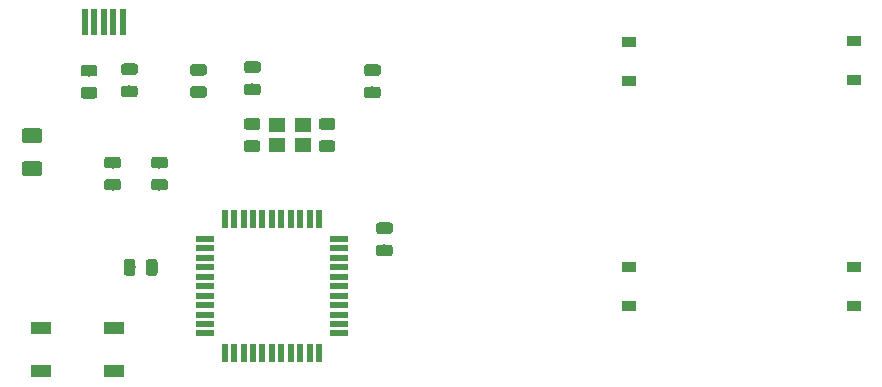
<source format=gbp>
G04 #@! TF.GenerationSoftware,KiCad,Pcbnew,(5.1.4)-1*
G04 #@! TF.CreationDate,2020-10-19T04:21:44-07:00*
G04 #@! TF.ProjectId,test-pcb,74657374-2d70-4636-922e-6b696361645f,rev?*
G04 #@! TF.SameCoordinates,Original*
G04 #@! TF.FileFunction,Paste,Bot*
G04 #@! TF.FilePolarity,Positive*
%FSLAX46Y46*%
G04 Gerber Fmt 4.6, Leading zero omitted, Abs format (unit mm)*
G04 Created by KiCad (PCBNEW (5.1.4)-1) date 2020-10-19 04:21:44*
%MOMM*%
%LPD*%
G04 APERTURE LIST*
%ADD10R,1.400000X1.200000*%
%ADD11R,0.500000X2.250000*%
%ADD12R,0.550000X1.500000*%
%ADD13R,1.500000X0.550000*%
%ADD14R,1.800000X1.100000*%
%ADD15C,0.100000*%
%ADD16C,0.975000*%
%ADD17C,1.250000*%
%ADD18R,1.200000X0.900000*%
G04 APERTURE END LIST*
D10*
X51741250Y-98273500D03*
X49541250Y-98273500D03*
X49541250Y-99973500D03*
X51741250Y-99973500D03*
D11*
X33325000Y-89590000D03*
X34125000Y-89590000D03*
X34925000Y-89590000D03*
X35725000Y-89590000D03*
X36525000Y-89590000D03*
D12*
X45149000Y-117618750D03*
X45949000Y-117618750D03*
X46749000Y-117618750D03*
X47549000Y-117618750D03*
X48349000Y-117618750D03*
X49149000Y-117618750D03*
X49949000Y-117618750D03*
X50749000Y-117618750D03*
X51549000Y-117618750D03*
X52349000Y-117618750D03*
X53149000Y-117618750D03*
D13*
X54849000Y-115918750D03*
X54849000Y-115118750D03*
X54849000Y-114318750D03*
X54849000Y-113518750D03*
X54849000Y-112718750D03*
X54849000Y-111918750D03*
X54849000Y-111118750D03*
X54849000Y-110318750D03*
X54849000Y-109518750D03*
X54849000Y-108718750D03*
X54849000Y-107918750D03*
D12*
X53149000Y-106218750D03*
X52349000Y-106218750D03*
X51549000Y-106218750D03*
X50749000Y-106218750D03*
X49949000Y-106218750D03*
X49149000Y-106218750D03*
X48349000Y-106218750D03*
X47549000Y-106218750D03*
X46749000Y-106218750D03*
X45949000Y-106218750D03*
X45149000Y-106218750D03*
D13*
X43449000Y-107918750D03*
X43449000Y-108718750D03*
X43449000Y-109518750D03*
X43449000Y-110318750D03*
X43449000Y-111118750D03*
X43449000Y-111918750D03*
X43449000Y-112718750D03*
X43449000Y-113518750D03*
X43449000Y-114318750D03*
X43449000Y-115118750D03*
X43449000Y-115918750D03*
D14*
X35814000Y-119126000D03*
X29614000Y-115426000D03*
X35814000Y-115426000D03*
X29614000Y-119126000D03*
D15*
G36*
X58138142Y-93142674D02*
G01*
X58161803Y-93146184D01*
X58185007Y-93151996D01*
X58207529Y-93160054D01*
X58229153Y-93170282D01*
X58249670Y-93182579D01*
X58268883Y-93196829D01*
X58286607Y-93212893D01*
X58302671Y-93230617D01*
X58316921Y-93249830D01*
X58329218Y-93270347D01*
X58339446Y-93291971D01*
X58347504Y-93314493D01*
X58353316Y-93337697D01*
X58356826Y-93361358D01*
X58358000Y-93385250D01*
X58358000Y-93872750D01*
X58356826Y-93896642D01*
X58353316Y-93920303D01*
X58347504Y-93943507D01*
X58339446Y-93966029D01*
X58329218Y-93987653D01*
X58316921Y-94008170D01*
X58302671Y-94027383D01*
X58286607Y-94045107D01*
X58268883Y-94061171D01*
X58249670Y-94075421D01*
X58229153Y-94087718D01*
X58207529Y-94097946D01*
X58185007Y-94106004D01*
X58161803Y-94111816D01*
X58138142Y-94115326D01*
X58114250Y-94116500D01*
X57201750Y-94116500D01*
X57177858Y-94115326D01*
X57154197Y-94111816D01*
X57130993Y-94106004D01*
X57108471Y-94097946D01*
X57086847Y-94087718D01*
X57066330Y-94075421D01*
X57047117Y-94061171D01*
X57029393Y-94045107D01*
X57013329Y-94027383D01*
X56999079Y-94008170D01*
X56986782Y-93987653D01*
X56976554Y-93966029D01*
X56968496Y-93943507D01*
X56962684Y-93920303D01*
X56959174Y-93896642D01*
X56958000Y-93872750D01*
X56958000Y-93385250D01*
X56959174Y-93361358D01*
X56962684Y-93337697D01*
X56968496Y-93314493D01*
X56976554Y-93291971D01*
X56986782Y-93270347D01*
X56999079Y-93249830D01*
X57013329Y-93230617D01*
X57029393Y-93212893D01*
X57047117Y-93196829D01*
X57066330Y-93182579D01*
X57086847Y-93170282D01*
X57108471Y-93160054D01*
X57130993Y-93151996D01*
X57154197Y-93146184D01*
X57177858Y-93142674D01*
X57201750Y-93141500D01*
X58114250Y-93141500D01*
X58138142Y-93142674D01*
X58138142Y-93142674D01*
G37*
D16*
X57658000Y-93629000D03*
D15*
G36*
X58138142Y-95017674D02*
G01*
X58161803Y-95021184D01*
X58185007Y-95026996D01*
X58207529Y-95035054D01*
X58229153Y-95045282D01*
X58249670Y-95057579D01*
X58268883Y-95071829D01*
X58286607Y-95087893D01*
X58302671Y-95105617D01*
X58316921Y-95124830D01*
X58329218Y-95145347D01*
X58339446Y-95166971D01*
X58347504Y-95189493D01*
X58353316Y-95212697D01*
X58356826Y-95236358D01*
X58358000Y-95260250D01*
X58358000Y-95747750D01*
X58356826Y-95771642D01*
X58353316Y-95795303D01*
X58347504Y-95818507D01*
X58339446Y-95841029D01*
X58329218Y-95862653D01*
X58316921Y-95883170D01*
X58302671Y-95902383D01*
X58286607Y-95920107D01*
X58268883Y-95936171D01*
X58249670Y-95950421D01*
X58229153Y-95962718D01*
X58207529Y-95972946D01*
X58185007Y-95981004D01*
X58161803Y-95986816D01*
X58138142Y-95990326D01*
X58114250Y-95991500D01*
X57201750Y-95991500D01*
X57177858Y-95990326D01*
X57154197Y-95986816D01*
X57130993Y-95981004D01*
X57108471Y-95972946D01*
X57086847Y-95962718D01*
X57066330Y-95950421D01*
X57047117Y-95936171D01*
X57029393Y-95920107D01*
X57013329Y-95902383D01*
X56999079Y-95883170D01*
X56986782Y-95862653D01*
X56976554Y-95841029D01*
X56968496Y-95818507D01*
X56962684Y-95795303D01*
X56959174Y-95771642D01*
X56958000Y-95747750D01*
X56958000Y-95260250D01*
X56959174Y-95236358D01*
X56962684Y-95212697D01*
X56968496Y-95189493D01*
X56976554Y-95166971D01*
X56986782Y-95145347D01*
X56999079Y-95124830D01*
X57013329Y-95105617D01*
X57029393Y-95087893D01*
X57047117Y-95071829D01*
X57066330Y-95057579D01*
X57086847Y-95045282D01*
X57108471Y-95035054D01*
X57130993Y-95026996D01*
X57154197Y-95021184D01*
X57177858Y-95017674D01*
X57201750Y-95016500D01*
X58114250Y-95016500D01*
X58138142Y-95017674D01*
X58138142Y-95017674D01*
G37*
D16*
X57658000Y-95504000D03*
D15*
G36*
X47978142Y-92888674D02*
G01*
X48001803Y-92892184D01*
X48025007Y-92897996D01*
X48047529Y-92906054D01*
X48069153Y-92916282D01*
X48089670Y-92928579D01*
X48108883Y-92942829D01*
X48126607Y-92958893D01*
X48142671Y-92976617D01*
X48156921Y-92995830D01*
X48169218Y-93016347D01*
X48179446Y-93037971D01*
X48187504Y-93060493D01*
X48193316Y-93083697D01*
X48196826Y-93107358D01*
X48198000Y-93131250D01*
X48198000Y-93618750D01*
X48196826Y-93642642D01*
X48193316Y-93666303D01*
X48187504Y-93689507D01*
X48179446Y-93712029D01*
X48169218Y-93733653D01*
X48156921Y-93754170D01*
X48142671Y-93773383D01*
X48126607Y-93791107D01*
X48108883Y-93807171D01*
X48089670Y-93821421D01*
X48069153Y-93833718D01*
X48047529Y-93843946D01*
X48025007Y-93852004D01*
X48001803Y-93857816D01*
X47978142Y-93861326D01*
X47954250Y-93862500D01*
X47041750Y-93862500D01*
X47017858Y-93861326D01*
X46994197Y-93857816D01*
X46970993Y-93852004D01*
X46948471Y-93843946D01*
X46926847Y-93833718D01*
X46906330Y-93821421D01*
X46887117Y-93807171D01*
X46869393Y-93791107D01*
X46853329Y-93773383D01*
X46839079Y-93754170D01*
X46826782Y-93733653D01*
X46816554Y-93712029D01*
X46808496Y-93689507D01*
X46802684Y-93666303D01*
X46799174Y-93642642D01*
X46798000Y-93618750D01*
X46798000Y-93131250D01*
X46799174Y-93107358D01*
X46802684Y-93083697D01*
X46808496Y-93060493D01*
X46816554Y-93037971D01*
X46826782Y-93016347D01*
X46839079Y-92995830D01*
X46853329Y-92976617D01*
X46869393Y-92958893D01*
X46887117Y-92942829D01*
X46906330Y-92928579D01*
X46926847Y-92916282D01*
X46948471Y-92906054D01*
X46970993Y-92897996D01*
X46994197Y-92892184D01*
X47017858Y-92888674D01*
X47041750Y-92887500D01*
X47954250Y-92887500D01*
X47978142Y-92888674D01*
X47978142Y-92888674D01*
G37*
D16*
X47498000Y-93375000D03*
D15*
G36*
X47978142Y-94763674D02*
G01*
X48001803Y-94767184D01*
X48025007Y-94772996D01*
X48047529Y-94781054D01*
X48069153Y-94791282D01*
X48089670Y-94803579D01*
X48108883Y-94817829D01*
X48126607Y-94833893D01*
X48142671Y-94851617D01*
X48156921Y-94870830D01*
X48169218Y-94891347D01*
X48179446Y-94912971D01*
X48187504Y-94935493D01*
X48193316Y-94958697D01*
X48196826Y-94982358D01*
X48198000Y-95006250D01*
X48198000Y-95493750D01*
X48196826Y-95517642D01*
X48193316Y-95541303D01*
X48187504Y-95564507D01*
X48179446Y-95587029D01*
X48169218Y-95608653D01*
X48156921Y-95629170D01*
X48142671Y-95648383D01*
X48126607Y-95666107D01*
X48108883Y-95682171D01*
X48089670Y-95696421D01*
X48069153Y-95708718D01*
X48047529Y-95718946D01*
X48025007Y-95727004D01*
X48001803Y-95732816D01*
X47978142Y-95736326D01*
X47954250Y-95737500D01*
X47041750Y-95737500D01*
X47017858Y-95736326D01*
X46994197Y-95732816D01*
X46970993Y-95727004D01*
X46948471Y-95718946D01*
X46926847Y-95708718D01*
X46906330Y-95696421D01*
X46887117Y-95682171D01*
X46869393Y-95666107D01*
X46853329Y-95648383D01*
X46839079Y-95629170D01*
X46826782Y-95608653D01*
X46816554Y-95587029D01*
X46808496Y-95564507D01*
X46802684Y-95541303D01*
X46799174Y-95517642D01*
X46798000Y-95493750D01*
X46798000Y-95006250D01*
X46799174Y-94982358D01*
X46802684Y-94958697D01*
X46808496Y-94935493D01*
X46816554Y-94912971D01*
X46826782Y-94891347D01*
X46839079Y-94870830D01*
X46853329Y-94851617D01*
X46869393Y-94833893D01*
X46887117Y-94817829D01*
X46906330Y-94803579D01*
X46926847Y-94791282D01*
X46948471Y-94781054D01*
X46970993Y-94772996D01*
X46994197Y-94767184D01*
X47017858Y-94763674D01*
X47041750Y-94762500D01*
X47954250Y-94762500D01*
X47978142Y-94763674D01*
X47978142Y-94763674D01*
G37*
D16*
X47498000Y-95250000D03*
D15*
G36*
X37564142Y-94939174D02*
G01*
X37587803Y-94942684D01*
X37611007Y-94948496D01*
X37633529Y-94956554D01*
X37655153Y-94966782D01*
X37675670Y-94979079D01*
X37694883Y-94993329D01*
X37712607Y-95009393D01*
X37728671Y-95027117D01*
X37742921Y-95046330D01*
X37755218Y-95066847D01*
X37765446Y-95088471D01*
X37773504Y-95110993D01*
X37779316Y-95134197D01*
X37782826Y-95157858D01*
X37784000Y-95181750D01*
X37784000Y-95669250D01*
X37782826Y-95693142D01*
X37779316Y-95716803D01*
X37773504Y-95740007D01*
X37765446Y-95762529D01*
X37755218Y-95784153D01*
X37742921Y-95804670D01*
X37728671Y-95823883D01*
X37712607Y-95841607D01*
X37694883Y-95857671D01*
X37675670Y-95871921D01*
X37655153Y-95884218D01*
X37633529Y-95894446D01*
X37611007Y-95902504D01*
X37587803Y-95908316D01*
X37564142Y-95911826D01*
X37540250Y-95913000D01*
X36627750Y-95913000D01*
X36603858Y-95911826D01*
X36580197Y-95908316D01*
X36556993Y-95902504D01*
X36534471Y-95894446D01*
X36512847Y-95884218D01*
X36492330Y-95871921D01*
X36473117Y-95857671D01*
X36455393Y-95841607D01*
X36439329Y-95823883D01*
X36425079Y-95804670D01*
X36412782Y-95784153D01*
X36402554Y-95762529D01*
X36394496Y-95740007D01*
X36388684Y-95716803D01*
X36385174Y-95693142D01*
X36384000Y-95669250D01*
X36384000Y-95181750D01*
X36385174Y-95157858D01*
X36388684Y-95134197D01*
X36394496Y-95110993D01*
X36402554Y-95088471D01*
X36412782Y-95066847D01*
X36425079Y-95046330D01*
X36439329Y-95027117D01*
X36455393Y-95009393D01*
X36473117Y-94993329D01*
X36492330Y-94979079D01*
X36512847Y-94966782D01*
X36534471Y-94956554D01*
X36556993Y-94948496D01*
X36580197Y-94942684D01*
X36603858Y-94939174D01*
X36627750Y-94938000D01*
X37540250Y-94938000D01*
X37564142Y-94939174D01*
X37564142Y-94939174D01*
G37*
D16*
X37084000Y-95425500D03*
D15*
G36*
X37564142Y-93064174D02*
G01*
X37587803Y-93067684D01*
X37611007Y-93073496D01*
X37633529Y-93081554D01*
X37655153Y-93091782D01*
X37675670Y-93104079D01*
X37694883Y-93118329D01*
X37712607Y-93134393D01*
X37728671Y-93152117D01*
X37742921Y-93171330D01*
X37755218Y-93191847D01*
X37765446Y-93213471D01*
X37773504Y-93235993D01*
X37779316Y-93259197D01*
X37782826Y-93282858D01*
X37784000Y-93306750D01*
X37784000Y-93794250D01*
X37782826Y-93818142D01*
X37779316Y-93841803D01*
X37773504Y-93865007D01*
X37765446Y-93887529D01*
X37755218Y-93909153D01*
X37742921Y-93929670D01*
X37728671Y-93948883D01*
X37712607Y-93966607D01*
X37694883Y-93982671D01*
X37675670Y-93996921D01*
X37655153Y-94009218D01*
X37633529Y-94019446D01*
X37611007Y-94027504D01*
X37587803Y-94033316D01*
X37564142Y-94036826D01*
X37540250Y-94038000D01*
X36627750Y-94038000D01*
X36603858Y-94036826D01*
X36580197Y-94033316D01*
X36556993Y-94027504D01*
X36534471Y-94019446D01*
X36512847Y-94009218D01*
X36492330Y-93996921D01*
X36473117Y-93982671D01*
X36455393Y-93966607D01*
X36439329Y-93948883D01*
X36425079Y-93929670D01*
X36412782Y-93909153D01*
X36402554Y-93887529D01*
X36394496Y-93865007D01*
X36388684Y-93841803D01*
X36385174Y-93818142D01*
X36384000Y-93794250D01*
X36384000Y-93306750D01*
X36385174Y-93282858D01*
X36388684Y-93259197D01*
X36394496Y-93235993D01*
X36402554Y-93213471D01*
X36412782Y-93191847D01*
X36425079Y-93171330D01*
X36439329Y-93152117D01*
X36455393Y-93134393D01*
X36473117Y-93118329D01*
X36492330Y-93104079D01*
X36512847Y-93091782D01*
X36534471Y-93081554D01*
X36556993Y-93073496D01*
X36580197Y-93067684D01*
X36603858Y-93064174D01*
X36627750Y-93063000D01*
X37540250Y-93063000D01*
X37564142Y-93064174D01*
X37564142Y-93064174D01*
G37*
D16*
X37084000Y-93550500D03*
D15*
G36*
X34135142Y-93191174D02*
G01*
X34158803Y-93194684D01*
X34182007Y-93200496D01*
X34204529Y-93208554D01*
X34226153Y-93218782D01*
X34246670Y-93231079D01*
X34265883Y-93245329D01*
X34283607Y-93261393D01*
X34299671Y-93279117D01*
X34313921Y-93298330D01*
X34326218Y-93318847D01*
X34336446Y-93340471D01*
X34344504Y-93362993D01*
X34350316Y-93386197D01*
X34353826Y-93409858D01*
X34355000Y-93433750D01*
X34355000Y-93921250D01*
X34353826Y-93945142D01*
X34350316Y-93968803D01*
X34344504Y-93992007D01*
X34336446Y-94014529D01*
X34326218Y-94036153D01*
X34313921Y-94056670D01*
X34299671Y-94075883D01*
X34283607Y-94093607D01*
X34265883Y-94109671D01*
X34246670Y-94123921D01*
X34226153Y-94136218D01*
X34204529Y-94146446D01*
X34182007Y-94154504D01*
X34158803Y-94160316D01*
X34135142Y-94163826D01*
X34111250Y-94165000D01*
X33198750Y-94165000D01*
X33174858Y-94163826D01*
X33151197Y-94160316D01*
X33127993Y-94154504D01*
X33105471Y-94146446D01*
X33083847Y-94136218D01*
X33063330Y-94123921D01*
X33044117Y-94109671D01*
X33026393Y-94093607D01*
X33010329Y-94075883D01*
X32996079Y-94056670D01*
X32983782Y-94036153D01*
X32973554Y-94014529D01*
X32965496Y-93992007D01*
X32959684Y-93968803D01*
X32956174Y-93945142D01*
X32955000Y-93921250D01*
X32955000Y-93433750D01*
X32956174Y-93409858D01*
X32959684Y-93386197D01*
X32965496Y-93362993D01*
X32973554Y-93340471D01*
X32983782Y-93318847D01*
X32996079Y-93298330D01*
X33010329Y-93279117D01*
X33026393Y-93261393D01*
X33044117Y-93245329D01*
X33063330Y-93231079D01*
X33083847Y-93218782D01*
X33105471Y-93208554D01*
X33127993Y-93200496D01*
X33151197Y-93194684D01*
X33174858Y-93191174D01*
X33198750Y-93190000D01*
X34111250Y-93190000D01*
X34135142Y-93191174D01*
X34135142Y-93191174D01*
G37*
D16*
X33655000Y-93677500D03*
D15*
G36*
X34135142Y-95066174D02*
G01*
X34158803Y-95069684D01*
X34182007Y-95075496D01*
X34204529Y-95083554D01*
X34226153Y-95093782D01*
X34246670Y-95106079D01*
X34265883Y-95120329D01*
X34283607Y-95136393D01*
X34299671Y-95154117D01*
X34313921Y-95173330D01*
X34326218Y-95193847D01*
X34336446Y-95215471D01*
X34344504Y-95237993D01*
X34350316Y-95261197D01*
X34353826Y-95284858D01*
X34355000Y-95308750D01*
X34355000Y-95796250D01*
X34353826Y-95820142D01*
X34350316Y-95843803D01*
X34344504Y-95867007D01*
X34336446Y-95889529D01*
X34326218Y-95911153D01*
X34313921Y-95931670D01*
X34299671Y-95950883D01*
X34283607Y-95968607D01*
X34265883Y-95984671D01*
X34246670Y-95998921D01*
X34226153Y-96011218D01*
X34204529Y-96021446D01*
X34182007Y-96029504D01*
X34158803Y-96035316D01*
X34135142Y-96038826D01*
X34111250Y-96040000D01*
X33198750Y-96040000D01*
X33174858Y-96038826D01*
X33151197Y-96035316D01*
X33127993Y-96029504D01*
X33105471Y-96021446D01*
X33083847Y-96011218D01*
X33063330Y-95998921D01*
X33044117Y-95984671D01*
X33026393Y-95968607D01*
X33010329Y-95950883D01*
X32996079Y-95931670D01*
X32983782Y-95911153D01*
X32973554Y-95889529D01*
X32965496Y-95867007D01*
X32959684Y-95843803D01*
X32956174Y-95820142D01*
X32955000Y-95796250D01*
X32955000Y-95308750D01*
X32956174Y-95284858D01*
X32959684Y-95261197D01*
X32965496Y-95237993D01*
X32973554Y-95215471D01*
X32983782Y-95193847D01*
X32996079Y-95173330D01*
X33010329Y-95154117D01*
X33026393Y-95136393D01*
X33044117Y-95120329D01*
X33063330Y-95106079D01*
X33083847Y-95093782D01*
X33105471Y-95083554D01*
X33127993Y-95075496D01*
X33151197Y-95069684D01*
X33174858Y-95066174D01*
X33198750Y-95065000D01*
X34111250Y-95065000D01*
X34135142Y-95066174D01*
X34135142Y-95066174D01*
G37*
D16*
X33655000Y-95552500D03*
D15*
G36*
X29478504Y-98557204D02*
G01*
X29502773Y-98560804D01*
X29526571Y-98566765D01*
X29549671Y-98575030D01*
X29571849Y-98585520D01*
X29592893Y-98598133D01*
X29612598Y-98612747D01*
X29630777Y-98629223D01*
X29647253Y-98647402D01*
X29661867Y-98667107D01*
X29674480Y-98688151D01*
X29684970Y-98710329D01*
X29693235Y-98733429D01*
X29699196Y-98757227D01*
X29702796Y-98781496D01*
X29704000Y-98806000D01*
X29704000Y-99556000D01*
X29702796Y-99580504D01*
X29699196Y-99604773D01*
X29693235Y-99628571D01*
X29684970Y-99651671D01*
X29674480Y-99673849D01*
X29661867Y-99694893D01*
X29647253Y-99714598D01*
X29630777Y-99732777D01*
X29612598Y-99749253D01*
X29592893Y-99763867D01*
X29571849Y-99776480D01*
X29549671Y-99786970D01*
X29526571Y-99795235D01*
X29502773Y-99801196D01*
X29478504Y-99804796D01*
X29454000Y-99806000D01*
X28204000Y-99806000D01*
X28179496Y-99804796D01*
X28155227Y-99801196D01*
X28131429Y-99795235D01*
X28108329Y-99786970D01*
X28086151Y-99776480D01*
X28065107Y-99763867D01*
X28045402Y-99749253D01*
X28027223Y-99732777D01*
X28010747Y-99714598D01*
X27996133Y-99694893D01*
X27983520Y-99673849D01*
X27973030Y-99651671D01*
X27964765Y-99628571D01*
X27958804Y-99604773D01*
X27955204Y-99580504D01*
X27954000Y-99556000D01*
X27954000Y-98806000D01*
X27955204Y-98781496D01*
X27958804Y-98757227D01*
X27964765Y-98733429D01*
X27973030Y-98710329D01*
X27983520Y-98688151D01*
X27996133Y-98667107D01*
X28010747Y-98647402D01*
X28027223Y-98629223D01*
X28045402Y-98612747D01*
X28065107Y-98598133D01*
X28086151Y-98585520D01*
X28108329Y-98575030D01*
X28131429Y-98566765D01*
X28155227Y-98560804D01*
X28179496Y-98557204D01*
X28204000Y-98556000D01*
X29454000Y-98556000D01*
X29478504Y-98557204D01*
X29478504Y-98557204D01*
G37*
D17*
X28829000Y-99181000D03*
D15*
G36*
X29478504Y-101357204D02*
G01*
X29502773Y-101360804D01*
X29526571Y-101366765D01*
X29549671Y-101375030D01*
X29571849Y-101385520D01*
X29592893Y-101398133D01*
X29612598Y-101412747D01*
X29630777Y-101429223D01*
X29647253Y-101447402D01*
X29661867Y-101467107D01*
X29674480Y-101488151D01*
X29684970Y-101510329D01*
X29693235Y-101533429D01*
X29699196Y-101557227D01*
X29702796Y-101581496D01*
X29704000Y-101606000D01*
X29704000Y-102356000D01*
X29702796Y-102380504D01*
X29699196Y-102404773D01*
X29693235Y-102428571D01*
X29684970Y-102451671D01*
X29674480Y-102473849D01*
X29661867Y-102494893D01*
X29647253Y-102514598D01*
X29630777Y-102532777D01*
X29612598Y-102549253D01*
X29592893Y-102563867D01*
X29571849Y-102576480D01*
X29549671Y-102586970D01*
X29526571Y-102595235D01*
X29502773Y-102601196D01*
X29478504Y-102604796D01*
X29454000Y-102606000D01*
X28204000Y-102606000D01*
X28179496Y-102604796D01*
X28155227Y-102601196D01*
X28131429Y-102595235D01*
X28108329Y-102586970D01*
X28086151Y-102576480D01*
X28065107Y-102563867D01*
X28045402Y-102549253D01*
X28027223Y-102532777D01*
X28010747Y-102514598D01*
X27996133Y-102494893D01*
X27983520Y-102473849D01*
X27973030Y-102451671D01*
X27964765Y-102428571D01*
X27958804Y-102404773D01*
X27955204Y-102380504D01*
X27954000Y-102356000D01*
X27954000Y-101606000D01*
X27955204Y-101581496D01*
X27958804Y-101557227D01*
X27964765Y-101533429D01*
X27973030Y-101510329D01*
X27983520Y-101488151D01*
X27996133Y-101467107D01*
X28010747Y-101447402D01*
X28027223Y-101429223D01*
X28045402Y-101412747D01*
X28065107Y-101398133D01*
X28086151Y-101385520D01*
X28108329Y-101375030D01*
X28131429Y-101366765D01*
X28155227Y-101360804D01*
X28179496Y-101357204D01*
X28204000Y-101356000D01*
X29454000Y-101356000D01*
X29478504Y-101357204D01*
X29478504Y-101357204D01*
G37*
D17*
X28829000Y-101981000D03*
D18*
X98425000Y-110268750D03*
X98425000Y-113568750D03*
X98425000Y-91156250D03*
X98425000Y-94456250D03*
X79375000Y-110268750D03*
X79375000Y-113568750D03*
X79375000Y-91281250D03*
X79375000Y-94581250D03*
D15*
G36*
X37366642Y-109632424D02*
G01*
X37390303Y-109635934D01*
X37413507Y-109641746D01*
X37436029Y-109649804D01*
X37457653Y-109660032D01*
X37478170Y-109672329D01*
X37497383Y-109686579D01*
X37515107Y-109702643D01*
X37531171Y-109720367D01*
X37545421Y-109739580D01*
X37557718Y-109760097D01*
X37567946Y-109781721D01*
X37576004Y-109804243D01*
X37581816Y-109827447D01*
X37585326Y-109851108D01*
X37586500Y-109875000D01*
X37586500Y-110787500D01*
X37585326Y-110811392D01*
X37581816Y-110835053D01*
X37576004Y-110858257D01*
X37567946Y-110880779D01*
X37557718Y-110902403D01*
X37545421Y-110922920D01*
X37531171Y-110942133D01*
X37515107Y-110959857D01*
X37497383Y-110975921D01*
X37478170Y-110990171D01*
X37457653Y-111002468D01*
X37436029Y-111012696D01*
X37413507Y-111020754D01*
X37390303Y-111026566D01*
X37366642Y-111030076D01*
X37342750Y-111031250D01*
X36855250Y-111031250D01*
X36831358Y-111030076D01*
X36807697Y-111026566D01*
X36784493Y-111020754D01*
X36761971Y-111012696D01*
X36740347Y-111002468D01*
X36719830Y-110990171D01*
X36700617Y-110975921D01*
X36682893Y-110959857D01*
X36666829Y-110942133D01*
X36652579Y-110922920D01*
X36640282Y-110902403D01*
X36630054Y-110880779D01*
X36621996Y-110858257D01*
X36616184Y-110835053D01*
X36612674Y-110811392D01*
X36611500Y-110787500D01*
X36611500Y-109875000D01*
X36612674Y-109851108D01*
X36616184Y-109827447D01*
X36621996Y-109804243D01*
X36630054Y-109781721D01*
X36640282Y-109760097D01*
X36652579Y-109739580D01*
X36666829Y-109720367D01*
X36682893Y-109702643D01*
X36700617Y-109686579D01*
X36719830Y-109672329D01*
X36740347Y-109660032D01*
X36761971Y-109649804D01*
X36784493Y-109641746D01*
X36807697Y-109635934D01*
X36831358Y-109632424D01*
X36855250Y-109631250D01*
X37342750Y-109631250D01*
X37366642Y-109632424D01*
X37366642Y-109632424D01*
G37*
D16*
X37099000Y-110331250D03*
D15*
G36*
X39241642Y-109632424D02*
G01*
X39265303Y-109635934D01*
X39288507Y-109641746D01*
X39311029Y-109649804D01*
X39332653Y-109660032D01*
X39353170Y-109672329D01*
X39372383Y-109686579D01*
X39390107Y-109702643D01*
X39406171Y-109720367D01*
X39420421Y-109739580D01*
X39432718Y-109760097D01*
X39442946Y-109781721D01*
X39451004Y-109804243D01*
X39456816Y-109827447D01*
X39460326Y-109851108D01*
X39461500Y-109875000D01*
X39461500Y-110787500D01*
X39460326Y-110811392D01*
X39456816Y-110835053D01*
X39451004Y-110858257D01*
X39442946Y-110880779D01*
X39432718Y-110902403D01*
X39420421Y-110922920D01*
X39406171Y-110942133D01*
X39390107Y-110959857D01*
X39372383Y-110975921D01*
X39353170Y-110990171D01*
X39332653Y-111002468D01*
X39311029Y-111012696D01*
X39288507Y-111020754D01*
X39265303Y-111026566D01*
X39241642Y-111030076D01*
X39217750Y-111031250D01*
X38730250Y-111031250D01*
X38706358Y-111030076D01*
X38682697Y-111026566D01*
X38659493Y-111020754D01*
X38636971Y-111012696D01*
X38615347Y-111002468D01*
X38594830Y-110990171D01*
X38575617Y-110975921D01*
X38557893Y-110959857D01*
X38541829Y-110942133D01*
X38527579Y-110922920D01*
X38515282Y-110902403D01*
X38505054Y-110880779D01*
X38496996Y-110858257D01*
X38491184Y-110835053D01*
X38487674Y-110811392D01*
X38486500Y-110787500D01*
X38486500Y-109875000D01*
X38487674Y-109851108D01*
X38491184Y-109827447D01*
X38496996Y-109804243D01*
X38505054Y-109781721D01*
X38515282Y-109760097D01*
X38527579Y-109739580D01*
X38541829Y-109720367D01*
X38557893Y-109702643D01*
X38575617Y-109686579D01*
X38594830Y-109672329D01*
X38615347Y-109660032D01*
X38636971Y-109649804D01*
X38659493Y-109641746D01*
X38682697Y-109635934D01*
X38706358Y-109632424D01*
X38730250Y-109631250D01*
X39217750Y-109631250D01*
X39241642Y-109632424D01*
X39241642Y-109632424D01*
G37*
D16*
X38974000Y-110331250D03*
D15*
G36*
X40104142Y-100969924D02*
G01*
X40127803Y-100973434D01*
X40151007Y-100979246D01*
X40173529Y-100987304D01*
X40195153Y-100997532D01*
X40215670Y-101009829D01*
X40234883Y-101024079D01*
X40252607Y-101040143D01*
X40268671Y-101057867D01*
X40282921Y-101077080D01*
X40295218Y-101097597D01*
X40305446Y-101119221D01*
X40313504Y-101141743D01*
X40319316Y-101164947D01*
X40322826Y-101188608D01*
X40324000Y-101212500D01*
X40324000Y-101700000D01*
X40322826Y-101723892D01*
X40319316Y-101747553D01*
X40313504Y-101770757D01*
X40305446Y-101793279D01*
X40295218Y-101814903D01*
X40282921Y-101835420D01*
X40268671Y-101854633D01*
X40252607Y-101872357D01*
X40234883Y-101888421D01*
X40215670Y-101902671D01*
X40195153Y-101914968D01*
X40173529Y-101925196D01*
X40151007Y-101933254D01*
X40127803Y-101939066D01*
X40104142Y-101942576D01*
X40080250Y-101943750D01*
X39167750Y-101943750D01*
X39143858Y-101942576D01*
X39120197Y-101939066D01*
X39096993Y-101933254D01*
X39074471Y-101925196D01*
X39052847Y-101914968D01*
X39032330Y-101902671D01*
X39013117Y-101888421D01*
X38995393Y-101872357D01*
X38979329Y-101854633D01*
X38965079Y-101835420D01*
X38952782Y-101814903D01*
X38942554Y-101793279D01*
X38934496Y-101770757D01*
X38928684Y-101747553D01*
X38925174Y-101723892D01*
X38924000Y-101700000D01*
X38924000Y-101212500D01*
X38925174Y-101188608D01*
X38928684Y-101164947D01*
X38934496Y-101141743D01*
X38942554Y-101119221D01*
X38952782Y-101097597D01*
X38965079Y-101077080D01*
X38979329Y-101057867D01*
X38995393Y-101040143D01*
X39013117Y-101024079D01*
X39032330Y-101009829D01*
X39052847Y-100997532D01*
X39074471Y-100987304D01*
X39096993Y-100979246D01*
X39120197Y-100973434D01*
X39143858Y-100969924D01*
X39167750Y-100968750D01*
X40080250Y-100968750D01*
X40104142Y-100969924D01*
X40104142Y-100969924D01*
G37*
D16*
X39624000Y-101456250D03*
D15*
G36*
X40104142Y-102844924D02*
G01*
X40127803Y-102848434D01*
X40151007Y-102854246D01*
X40173529Y-102862304D01*
X40195153Y-102872532D01*
X40215670Y-102884829D01*
X40234883Y-102899079D01*
X40252607Y-102915143D01*
X40268671Y-102932867D01*
X40282921Y-102952080D01*
X40295218Y-102972597D01*
X40305446Y-102994221D01*
X40313504Y-103016743D01*
X40319316Y-103039947D01*
X40322826Y-103063608D01*
X40324000Y-103087500D01*
X40324000Y-103575000D01*
X40322826Y-103598892D01*
X40319316Y-103622553D01*
X40313504Y-103645757D01*
X40305446Y-103668279D01*
X40295218Y-103689903D01*
X40282921Y-103710420D01*
X40268671Y-103729633D01*
X40252607Y-103747357D01*
X40234883Y-103763421D01*
X40215670Y-103777671D01*
X40195153Y-103789968D01*
X40173529Y-103800196D01*
X40151007Y-103808254D01*
X40127803Y-103814066D01*
X40104142Y-103817576D01*
X40080250Y-103818750D01*
X39167750Y-103818750D01*
X39143858Y-103817576D01*
X39120197Y-103814066D01*
X39096993Y-103808254D01*
X39074471Y-103800196D01*
X39052847Y-103789968D01*
X39032330Y-103777671D01*
X39013117Y-103763421D01*
X38995393Y-103747357D01*
X38979329Y-103729633D01*
X38965079Y-103710420D01*
X38952782Y-103689903D01*
X38942554Y-103668279D01*
X38934496Y-103645757D01*
X38928684Y-103622553D01*
X38925174Y-103598892D01*
X38924000Y-103575000D01*
X38924000Y-103087500D01*
X38925174Y-103063608D01*
X38928684Y-103039947D01*
X38934496Y-103016743D01*
X38942554Y-102994221D01*
X38952782Y-102972597D01*
X38965079Y-102952080D01*
X38979329Y-102932867D01*
X38995393Y-102915143D01*
X39013117Y-102899079D01*
X39032330Y-102884829D01*
X39052847Y-102872532D01*
X39074471Y-102862304D01*
X39096993Y-102854246D01*
X39120197Y-102848434D01*
X39143858Y-102844924D01*
X39167750Y-102843750D01*
X40080250Y-102843750D01*
X40104142Y-102844924D01*
X40104142Y-102844924D01*
G37*
D16*
X39624000Y-103331250D03*
D15*
G36*
X43406142Y-94987674D02*
G01*
X43429803Y-94991184D01*
X43453007Y-94996996D01*
X43475529Y-95005054D01*
X43497153Y-95015282D01*
X43517670Y-95027579D01*
X43536883Y-95041829D01*
X43554607Y-95057893D01*
X43570671Y-95075617D01*
X43584921Y-95094830D01*
X43597218Y-95115347D01*
X43607446Y-95136971D01*
X43615504Y-95159493D01*
X43621316Y-95182697D01*
X43624826Y-95206358D01*
X43626000Y-95230250D01*
X43626000Y-95717750D01*
X43624826Y-95741642D01*
X43621316Y-95765303D01*
X43615504Y-95788507D01*
X43607446Y-95811029D01*
X43597218Y-95832653D01*
X43584921Y-95853170D01*
X43570671Y-95872383D01*
X43554607Y-95890107D01*
X43536883Y-95906171D01*
X43517670Y-95920421D01*
X43497153Y-95932718D01*
X43475529Y-95942946D01*
X43453007Y-95951004D01*
X43429803Y-95956816D01*
X43406142Y-95960326D01*
X43382250Y-95961500D01*
X42469750Y-95961500D01*
X42445858Y-95960326D01*
X42422197Y-95956816D01*
X42398993Y-95951004D01*
X42376471Y-95942946D01*
X42354847Y-95932718D01*
X42334330Y-95920421D01*
X42315117Y-95906171D01*
X42297393Y-95890107D01*
X42281329Y-95872383D01*
X42267079Y-95853170D01*
X42254782Y-95832653D01*
X42244554Y-95811029D01*
X42236496Y-95788507D01*
X42230684Y-95765303D01*
X42227174Y-95741642D01*
X42226000Y-95717750D01*
X42226000Y-95230250D01*
X42227174Y-95206358D01*
X42230684Y-95182697D01*
X42236496Y-95159493D01*
X42244554Y-95136971D01*
X42254782Y-95115347D01*
X42267079Y-95094830D01*
X42281329Y-95075617D01*
X42297393Y-95057893D01*
X42315117Y-95041829D01*
X42334330Y-95027579D01*
X42354847Y-95015282D01*
X42376471Y-95005054D01*
X42398993Y-94996996D01*
X42422197Y-94991184D01*
X42445858Y-94987674D01*
X42469750Y-94986500D01*
X43382250Y-94986500D01*
X43406142Y-94987674D01*
X43406142Y-94987674D01*
G37*
D16*
X42926000Y-95474000D03*
D15*
G36*
X43406142Y-93112674D02*
G01*
X43429803Y-93116184D01*
X43453007Y-93121996D01*
X43475529Y-93130054D01*
X43497153Y-93140282D01*
X43517670Y-93152579D01*
X43536883Y-93166829D01*
X43554607Y-93182893D01*
X43570671Y-93200617D01*
X43584921Y-93219830D01*
X43597218Y-93240347D01*
X43607446Y-93261971D01*
X43615504Y-93284493D01*
X43621316Y-93307697D01*
X43624826Y-93331358D01*
X43626000Y-93355250D01*
X43626000Y-93842750D01*
X43624826Y-93866642D01*
X43621316Y-93890303D01*
X43615504Y-93913507D01*
X43607446Y-93936029D01*
X43597218Y-93957653D01*
X43584921Y-93978170D01*
X43570671Y-93997383D01*
X43554607Y-94015107D01*
X43536883Y-94031171D01*
X43517670Y-94045421D01*
X43497153Y-94057718D01*
X43475529Y-94067946D01*
X43453007Y-94076004D01*
X43429803Y-94081816D01*
X43406142Y-94085326D01*
X43382250Y-94086500D01*
X42469750Y-94086500D01*
X42445858Y-94085326D01*
X42422197Y-94081816D01*
X42398993Y-94076004D01*
X42376471Y-94067946D01*
X42354847Y-94057718D01*
X42334330Y-94045421D01*
X42315117Y-94031171D01*
X42297393Y-94015107D01*
X42281329Y-93997383D01*
X42267079Y-93978170D01*
X42254782Y-93957653D01*
X42244554Y-93936029D01*
X42236496Y-93913507D01*
X42230684Y-93890303D01*
X42227174Y-93866642D01*
X42226000Y-93842750D01*
X42226000Y-93355250D01*
X42227174Y-93331358D01*
X42230684Y-93307697D01*
X42236496Y-93284493D01*
X42244554Y-93261971D01*
X42254782Y-93240347D01*
X42267079Y-93219830D01*
X42281329Y-93200617D01*
X42297393Y-93182893D01*
X42315117Y-93166829D01*
X42334330Y-93152579D01*
X42354847Y-93140282D01*
X42376471Y-93130054D01*
X42398993Y-93121996D01*
X42422197Y-93116184D01*
X42445858Y-93112674D01*
X42469750Y-93111500D01*
X43382250Y-93111500D01*
X43406142Y-93112674D01*
X43406142Y-93112674D01*
G37*
D16*
X42926000Y-93599000D03*
D15*
G36*
X36135392Y-100969924D02*
G01*
X36159053Y-100973434D01*
X36182257Y-100979246D01*
X36204779Y-100987304D01*
X36226403Y-100997532D01*
X36246920Y-101009829D01*
X36266133Y-101024079D01*
X36283857Y-101040143D01*
X36299921Y-101057867D01*
X36314171Y-101077080D01*
X36326468Y-101097597D01*
X36336696Y-101119221D01*
X36344754Y-101141743D01*
X36350566Y-101164947D01*
X36354076Y-101188608D01*
X36355250Y-101212500D01*
X36355250Y-101700000D01*
X36354076Y-101723892D01*
X36350566Y-101747553D01*
X36344754Y-101770757D01*
X36336696Y-101793279D01*
X36326468Y-101814903D01*
X36314171Y-101835420D01*
X36299921Y-101854633D01*
X36283857Y-101872357D01*
X36266133Y-101888421D01*
X36246920Y-101902671D01*
X36226403Y-101914968D01*
X36204779Y-101925196D01*
X36182257Y-101933254D01*
X36159053Y-101939066D01*
X36135392Y-101942576D01*
X36111500Y-101943750D01*
X35199000Y-101943750D01*
X35175108Y-101942576D01*
X35151447Y-101939066D01*
X35128243Y-101933254D01*
X35105721Y-101925196D01*
X35084097Y-101914968D01*
X35063580Y-101902671D01*
X35044367Y-101888421D01*
X35026643Y-101872357D01*
X35010579Y-101854633D01*
X34996329Y-101835420D01*
X34984032Y-101814903D01*
X34973804Y-101793279D01*
X34965746Y-101770757D01*
X34959934Y-101747553D01*
X34956424Y-101723892D01*
X34955250Y-101700000D01*
X34955250Y-101212500D01*
X34956424Y-101188608D01*
X34959934Y-101164947D01*
X34965746Y-101141743D01*
X34973804Y-101119221D01*
X34984032Y-101097597D01*
X34996329Y-101077080D01*
X35010579Y-101057867D01*
X35026643Y-101040143D01*
X35044367Y-101024079D01*
X35063580Y-101009829D01*
X35084097Y-100997532D01*
X35105721Y-100987304D01*
X35128243Y-100979246D01*
X35151447Y-100973434D01*
X35175108Y-100969924D01*
X35199000Y-100968750D01*
X36111500Y-100968750D01*
X36135392Y-100969924D01*
X36135392Y-100969924D01*
G37*
D16*
X35655250Y-101456250D03*
D15*
G36*
X36135392Y-102844924D02*
G01*
X36159053Y-102848434D01*
X36182257Y-102854246D01*
X36204779Y-102862304D01*
X36226403Y-102872532D01*
X36246920Y-102884829D01*
X36266133Y-102899079D01*
X36283857Y-102915143D01*
X36299921Y-102932867D01*
X36314171Y-102952080D01*
X36326468Y-102972597D01*
X36336696Y-102994221D01*
X36344754Y-103016743D01*
X36350566Y-103039947D01*
X36354076Y-103063608D01*
X36355250Y-103087500D01*
X36355250Y-103575000D01*
X36354076Y-103598892D01*
X36350566Y-103622553D01*
X36344754Y-103645757D01*
X36336696Y-103668279D01*
X36326468Y-103689903D01*
X36314171Y-103710420D01*
X36299921Y-103729633D01*
X36283857Y-103747357D01*
X36266133Y-103763421D01*
X36246920Y-103777671D01*
X36226403Y-103789968D01*
X36204779Y-103800196D01*
X36182257Y-103808254D01*
X36159053Y-103814066D01*
X36135392Y-103817576D01*
X36111500Y-103818750D01*
X35199000Y-103818750D01*
X35175108Y-103817576D01*
X35151447Y-103814066D01*
X35128243Y-103808254D01*
X35105721Y-103800196D01*
X35084097Y-103789968D01*
X35063580Y-103777671D01*
X35044367Y-103763421D01*
X35026643Y-103747357D01*
X35010579Y-103729633D01*
X34996329Y-103710420D01*
X34984032Y-103689903D01*
X34973804Y-103668279D01*
X34965746Y-103645757D01*
X34959934Y-103622553D01*
X34956424Y-103598892D01*
X34955250Y-103575000D01*
X34955250Y-103087500D01*
X34956424Y-103063608D01*
X34959934Y-103039947D01*
X34965746Y-103016743D01*
X34973804Y-102994221D01*
X34984032Y-102972597D01*
X34996329Y-102952080D01*
X35010579Y-102932867D01*
X35026643Y-102915143D01*
X35044367Y-102899079D01*
X35063580Y-102884829D01*
X35084097Y-102872532D01*
X35105721Y-102862304D01*
X35128243Y-102854246D01*
X35151447Y-102848434D01*
X35175108Y-102844924D01*
X35199000Y-102843750D01*
X36111500Y-102843750D01*
X36135392Y-102844924D01*
X36135392Y-102844924D01*
G37*
D16*
X35655250Y-103331250D03*
D15*
G36*
X47946392Y-99574674D02*
G01*
X47970053Y-99578184D01*
X47993257Y-99583996D01*
X48015779Y-99592054D01*
X48037403Y-99602282D01*
X48057920Y-99614579D01*
X48077133Y-99628829D01*
X48094857Y-99644893D01*
X48110921Y-99662617D01*
X48125171Y-99681830D01*
X48137468Y-99702347D01*
X48147696Y-99723971D01*
X48155754Y-99746493D01*
X48161566Y-99769697D01*
X48165076Y-99793358D01*
X48166250Y-99817250D01*
X48166250Y-100304750D01*
X48165076Y-100328642D01*
X48161566Y-100352303D01*
X48155754Y-100375507D01*
X48147696Y-100398029D01*
X48137468Y-100419653D01*
X48125171Y-100440170D01*
X48110921Y-100459383D01*
X48094857Y-100477107D01*
X48077133Y-100493171D01*
X48057920Y-100507421D01*
X48037403Y-100519718D01*
X48015779Y-100529946D01*
X47993257Y-100538004D01*
X47970053Y-100543816D01*
X47946392Y-100547326D01*
X47922500Y-100548500D01*
X47010000Y-100548500D01*
X46986108Y-100547326D01*
X46962447Y-100543816D01*
X46939243Y-100538004D01*
X46916721Y-100529946D01*
X46895097Y-100519718D01*
X46874580Y-100507421D01*
X46855367Y-100493171D01*
X46837643Y-100477107D01*
X46821579Y-100459383D01*
X46807329Y-100440170D01*
X46795032Y-100419653D01*
X46784804Y-100398029D01*
X46776746Y-100375507D01*
X46770934Y-100352303D01*
X46767424Y-100328642D01*
X46766250Y-100304750D01*
X46766250Y-99817250D01*
X46767424Y-99793358D01*
X46770934Y-99769697D01*
X46776746Y-99746493D01*
X46784804Y-99723971D01*
X46795032Y-99702347D01*
X46807329Y-99681830D01*
X46821579Y-99662617D01*
X46837643Y-99644893D01*
X46855367Y-99628829D01*
X46874580Y-99614579D01*
X46895097Y-99602282D01*
X46916721Y-99592054D01*
X46939243Y-99583996D01*
X46962447Y-99578184D01*
X46986108Y-99574674D01*
X47010000Y-99573500D01*
X47922500Y-99573500D01*
X47946392Y-99574674D01*
X47946392Y-99574674D01*
G37*
D16*
X47466250Y-100061000D03*
D15*
G36*
X47946392Y-97699674D02*
G01*
X47970053Y-97703184D01*
X47993257Y-97708996D01*
X48015779Y-97717054D01*
X48037403Y-97727282D01*
X48057920Y-97739579D01*
X48077133Y-97753829D01*
X48094857Y-97769893D01*
X48110921Y-97787617D01*
X48125171Y-97806830D01*
X48137468Y-97827347D01*
X48147696Y-97848971D01*
X48155754Y-97871493D01*
X48161566Y-97894697D01*
X48165076Y-97918358D01*
X48166250Y-97942250D01*
X48166250Y-98429750D01*
X48165076Y-98453642D01*
X48161566Y-98477303D01*
X48155754Y-98500507D01*
X48147696Y-98523029D01*
X48137468Y-98544653D01*
X48125171Y-98565170D01*
X48110921Y-98584383D01*
X48094857Y-98602107D01*
X48077133Y-98618171D01*
X48057920Y-98632421D01*
X48037403Y-98644718D01*
X48015779Y-98654946D01*
X47993257Y-98663004D01*
X47970053Y-98668816D01*
X47946392Y-98672326D01*
X47922500Y-98673500D01*
X47010000Y-98673500D01*
X46986108Y-98672326D01*
X46962447Y-98668816D01*
X46939243Y-98663004D01*
X46916721Y-98654946D01*
X46895097Y-98644718D01*
X46874580Y-98632421D01*
X46855367Y-98618171D01*
X46837643Y-98602107D01*
X46821579Y-98584383D01*
X46807329Y-98565170D01*
X46795032Y-98544653D01*
X46784804Y-98523029D01*
X46776746Y-98500507D01*
X46770934Y-98477303D01*
X46767424Y-98453642D01*
X46766250Y-98429750D01*
X46766250Y-97942250D01*
X46767424Y-97918358D01*
X46770934Y-97894697D01*
X46776746Y-97871493D01*
X46784804Y-97848971D01*
X46795032Y-97827347D01*
X46807329Y-97806830D01*
X46821579Y-97787617D01*
X46837643Y-97769893D01*
X46855367Y-97753829D01*
X46874580Y-97739579D01*
X46895097Y-97727282D01*
X46916721Y-97717054D01*
X46939243Y-97708996D01*
X46962447Y-97703184D01*
X46986108Y-97699674D01*
X47010000Y-97698500D01*
X47922500Y-97698500D01*
X47946392Y-97699674D01*
X47946392Y-97699674D01*
G37*
D16*
X47466250Y-98186000D03*
D15*
G36*
X54296392Y-97699674D02*
G01*
X54320053Y-97703184D01*
X54343257Y-97708996D01*
X54365779Y-97717054D01*
X54387403Y-97727282D01*
X54407920Y-97739579D01*
X54427133Y-97753829D01*
X54444857Y-97769893D01*
X54460921Y-97787617D01*
X54475171Y-97806830D01*
X54487468Y-97827347D01*
X54497696Y-97848971D01*
X54505754Y-97871493D01*
X54511566Y-97894697D01*
X54515076Y-97918358D01*
X54516250Y-97942250D01*
X54516250Y-98429750D01*
X54515076Y-98453642D01*
X54511566Y-98477303D01*
X54505754Y-98500507D01*
X54497696Y-98523029D01*
X54487468Y-98544653D01*
X54475171Y-98565170D01*
X54460921Y-98584383D01*
X54444857Y-98602107D01*
X54427133Y-98618171D01*
X54407920Y-98632421D01*
X54387403Y-98644718D01*
X54365779Y-98654946D01*
X54343257Y-98663004D01*
X54320053Y-98668816D01*
X54296392Y-98672326D01*
X54272500Y-98673500D01*
X53360000Y-98673500D01*
X53336108Y-98672326D01*
X53312447Y-98668816D01*
X53289243Y-98663004D01*
X53266721Y-98654946D01*
X53245097Y-98644718D01*
X53224580Y-98632421D01*
X53205367Y-98618171D01*
X53187643Y-98602107D01*
X53171579Y-98584383D01*
X53157329Y-98565170D01*
X53145032Y-98544653D01*
X53134804Y-98523029D01*
X53126746Y-98500507D01*
X53120934Y-98477303D01*
X53117424Y-98453642D01*
X53116250Y-98429750D01*
X53116250Y-97942250D01*
X53117424Y-97918358D01*
X53120934Y-97894697D01*
X53126746Y-97871493D01*
X53134804Y-97848971D01*
X53145032Y-97827347D01*
X53157329Y-97806830D01*
X53171579Y-97787617D01*
X53187643Y-97769893D01*
X53205367Y-97753829D01*
X53224580Y-97739579D01*
X53245097Y-97727282D01*
X53266721Y-97717054D01*
X53289243Y-97708996D01*
X53312447Y-97703184D01*
X53336108Y-97699674D01*
X53360000Y-97698500D01*
X54272500Y-97698500D01*
X54296392Y-97699674D01*
X54296392Y-97699674D01*
G37*
D16*
X53816250Y-98186000D03*
D15*
G36*
X54296392Y-99574674D02*
G01*
X54320053Y-99578184D01*
X54343257Y-99583996D01*
X54365779Y-99592054D01*
X54387403Y-99602282D01*
X54407920Y-99614579D01*
X54427133Y-99628829D01*
X54444857Y-99644893D01*
X54460921Y-99662617D01*
X54475171Y-99681830D01*
X54487468Y-99702347D01*
X54497696Y-99723971D01*
X54505754Y-99746493D01*
X54511566Y-99769697D01*
X54515076Y-99793358D01*
X54516250Y-99817250D01*
X54516250Y-100304750D01*
X54515076Y-100328642D01*
X54511566Y-100352303D01*
X54505754Y-100375507D01*
X54497696Y-100398029D01*
X54487468Y-100419653D01*
X54475171Y-100440170D01*
X54460921Y-100459383D01*
X54444857Y-100477107D01*
X54427133Y-100493171D01*
X54407920Y-100507421D01*
X54387403Y-100519718D01*
X54365779Y-100529946D01*
X54343257Y-100538004D01*
X54320053Y-100543816D01*
X54296392Y-100547326D01*
X54272500Y-100548500D01*
X53360000Y-100548500D01*
X53336108Y-100547326D01*
X53312447Y-100543816D01*
X53289243Y-100538004D01*
X53266721Y-100529946D01*
X53245097Y-100519718D01*
X53224580Y-100507421D01*
X53205367Y-100493171D01*
X53187643Y-100477107D01*
X53171579Y-100459383D01*
X53157329Y-100440170D01*
X53145032Y-100419653D01*
X53134804Y-100398029D01*
X53126746Y-100375507D01*
X53120934Y-100352303D01*
X53117424Y-100328642D01*
X53116250Y-100304750D01*
X53116250Y-99817250D01*
X53117424Y-99793358D01*
X53120934Y-99769697D01*
X53126746Y-99746493D01*
X53134804Y-99723971D01*
X53145032Y-99702347D01*
X53157329Y-99681830D01*
X53171579Y-99662617D01*
X53187643Y-99644893D01*
X53205367Y-99628829D01*
X53224580Y-99614579D01*
X53245097Y-99602282D01*
X53266721Y-99592054D01*
X53289243Y-99583996D01*
X53312447Y-99578184D01*
X53336108Y-99574674D01*
X53360000Y-99573500D01*
X54272500Y-99573500D01*
X54296392Y-99574674D01*
X54296392Y-99574674D01*
G37*
D16*
X53816250Y-100061000D03*
D15*
G36*
X59154142Y-106526174D02*
G01*
X59177803Y-106529684D01*
X59201007Y-106535496D01*
X59223529Y-106543554D01*
X59245153Y-106553782D01*
X59265670Y-106566079D01*
X59284883Y-106580329D01*
X59302607Y-106596393D01*
X59318671Y-106614117D01*
X59332921Y-106633330D01*
X59345218Y-106653847D01*
X59355446Y-106675471D01*
X59363504Y-106697993D01*
X59369316Y-106721197D01*
X59372826Y-106744858D01*
X59374000Y-106768750D01*
X59374000Y-107256250D01*
X59372826Y-107280142D01*
X59369316Y-107303803D01*
X59363504Y-107327007D01*
X59355446Y-107349529D01*
X59345218Y-107371153D01*
X59332921Y-107391670D01*
X59318671Y-107410883D01*
X59302607Y-107428607D01*
X59284883Y-107444671D01*
X59265670Y-107458921D01*
X59245153Y-107471218D01*
X59223529Y-107481446D01*
X59201007Y-107489504D01*
X59177803Y-107495316D01*
X59154142Y-107498826D01*
X59130250Y-107500000D01*
X58217750Y-107500000D01*
X58193858Y-107498826D01*
X58170197Y-107495316D01*
X58146993Y-107489504D01*
X58124471Y-107481446D01*
X58102847Y-107471218D01*
X58082330Y-107458921D01*
X58063117Y-107444671D01*
X58045393Y-107428607D01*
X58029329Y-107410883D01*
X58015079Y-107391670D01*
X58002782Y-107371153D01*
X57992554Y-107349529D01*
X57984496Y-107327007D01*
X57978684Y-107303803D01*
X57975174Y-107280142D01*
X57974000Y-107256250D01*
X57974000Y-106768750D01*
X57975174Y-106744858D01*
X57978684Y-106721197D01*
X57984496Y-106697993D01*
X57992554Y-106675471D01*
X58002782Y-106653847D01*
X58015079Y-106633330D01*
X58029329Y-106614117D01*
X58045393Y-106596393D01*
X58063117Y-106580329D01*
X58082330Y-106566079D01*
X58102847Y-106553782D01*
X58124471Y-106543554D01*
X58146993Y-106535496D01*
X58170197Y-106529684D01*
X58193858Y-106526174D01*
X58217750Y-106525000D01*
X59130250Y-106525000D01*
X59154142Y-106526174D01*
X59154142Y-106526174D01*
G37*
D16*
X58674000Y-107012500D03*
D15*
G36*
X59154142Y-108401174D02*
G01*
X59177803Y-108404684D01*
X59201007Y-108410496D01*
X59223529Y-108418554D01*
X59245153Y-108428782D01*
X59265670Y-108441079D01*
X59284883Y-108455329D01*
X59302607Y-108471393D01*
X59318671Y-108489117D01*
X59332921Y-108508330D01*
X59345218Y-108528847D01*
X59355446Y-108550471D01*
X59363504Y-108572993D01*
X59369316Y-108596197D01*
X59372826Y-108619858D01*
X59374000Y-108643750D01*
X59374000Y-109131250D01*
X59372826Y-109155142D01*
X59369316Y-109178803D01*
X59363504Y-109202007D01*
X59355446Y-109224529D01*
X59345218Y-109246153D01*
X59332921Y-109266670D01*
X59318671Y-109285883D01*
X59302607Y-109303607D01*
X59284883Y-109319671D01*
X59265670Y-109333921D01*
X59245153Y-109346218D01*
X59223529Y-109356446D01*
X59201007Y-109364504D01*
X59177803Y-109370316D01*
X59154142Y-109373826D01*
X59130250Y-109375000D01*
X58217750Y-109375000D01*
X58193858Y-109373826D01*
X58170197Y-109370316D01*
X58146993Y-109364504D01*
X58124471Y-109356446D01*
X58102847Y-109346218D01*
X58082330Y-109333921D01*
X58063117Y-109319671D01*
X58045393Y-109303607D01*
X58029329Y-109285883D01*
X58015079Y-109266670D01*
X58002782Y-109246153D01*
X57992554Y-109224529D01*
X57984496Y-109202007D01*
X57978684Y-109178803D01*
X57975174Y-109155142D01*
X57974000Y-109131250D01*
X57974000Y-108643750D01*
X57975174Y-108619858D01*
X57978684Y-108596197D01*
X57984496Y-108572993D01*
X57992554Y-108550471D01*
X58002782Y-108528847D01*
X58015079Y-108508330D01*
X58029329Y-108489117D01*
X58045393Y-108471393D01*
X58063117Y-108455329D01*
X58082330Y-108441079D01*
X58102847Y-108428782D01*
X58124471Y-108418554D01*
X58146993Y-108410496D01*
X58170197Y-108404684D01*
X58193858Y-108401174D01*
X58217750Y-108400000D01*
X59130250Y-108400000D01*
X59154142Y-108401174D01*
X59154142Y-108401174D01*
G37*
D16*
X58674000Y-108887500D03*
M02*

</source>
